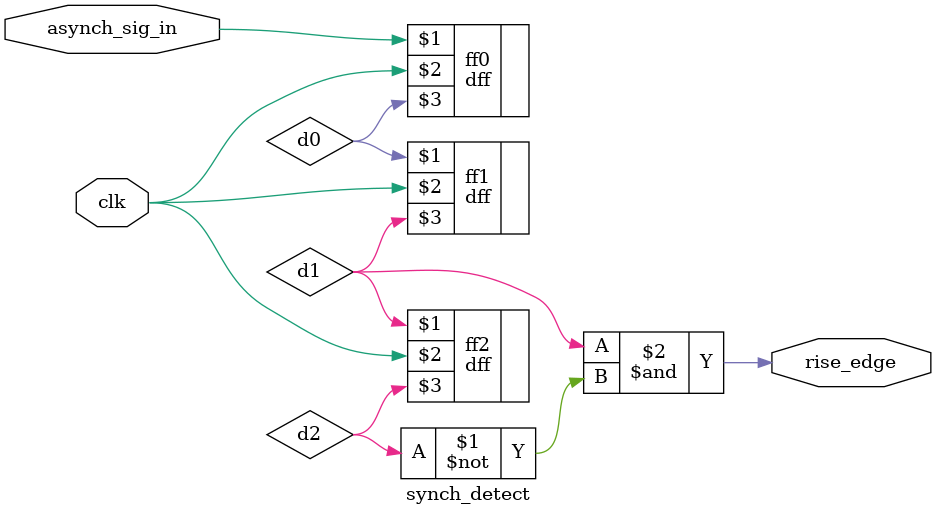
<source format=v>
module synch_detect(asynch_sig_in, clk, rise_edge);

	input asynch_sig_in, clk;
	output wire rise_edge;

	wire d0, d1, d2;

	dff ff0(asynch_sig_in, clk, d0);
	dff ff1(d0, clk, d1);
	dff ff2(d1, clk, d2);

	and and1(rise_edge, d1, ~d2);

	


endmodule

</source>
